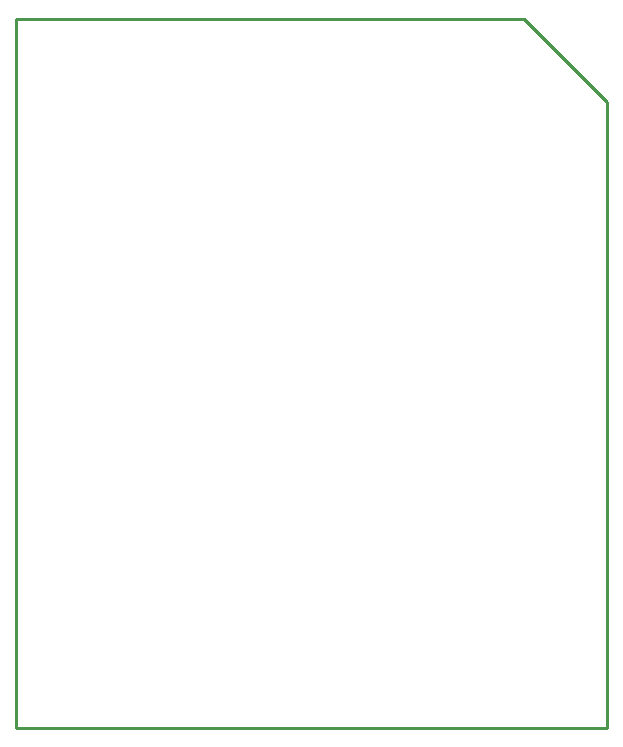
<source format=gko>
G04*
G04 #@! TF.GenerationSoftware,Altium Limited,Altium Designer,20.0.13 (296)*
G04*
G04 Layer_Color=16711935*
%FSLAX25Y25*%
%MOIN*%
G70*
G01*
G75*
%ADD24C,0.01000*%
D24*
X0Y0D02*
Y236221D01*
X169291D01*
X196850Y208661D01*
Y0D02*
Y208661D01*
X0Y0D02*
X196850D01*
M02*

</source>
